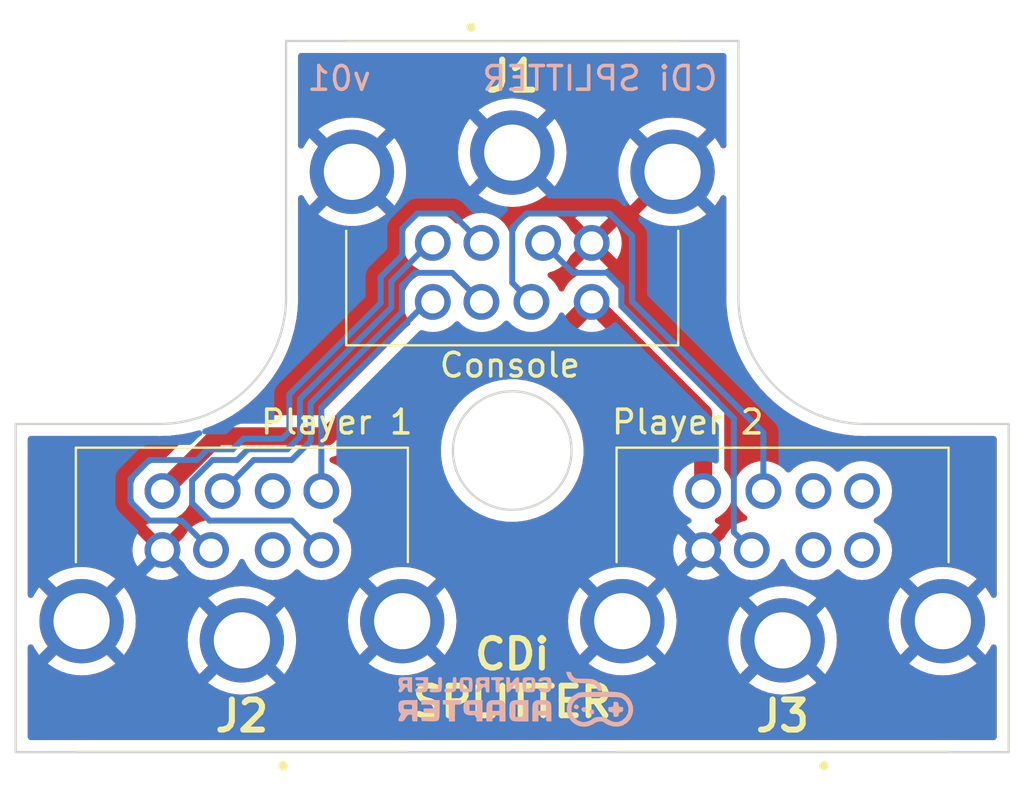
<source format=kicad_pcb>
(kicad_pcb (version 20211014) (generator pcbnew)
  (layers (0 "F.Cu" signal) (31 "B.Cu" signal) (34 "B.Paste" user) (35 "F.Paste" user) (36 "B.SilkS" user "B.Silkscreen") (37 "F.SilkS" user "F.Silkscreen") (38 "B.Mask" user) (39 "F.Mask" user) (44 "Edge.Cuts" user))
  (net 0 "")
  (net 1 "Net-(J1-Pad6)")
  (net 2 "Net-(J1-Pad7)")
  (net 3 "+5V")
  (net 4 "Net-(J1-Pad1)")
  (net 5 "Net-(J1-Pad2)")
  (net 6 "Net-(J1-Pad3)")
  (net 7 "Net-(J1-Pad4)")
  (net 8 "GND")
  (net 10 "unconnected-(J2-Pad4)")
  (footprint "CDI-SPLITTER:57492671" (layer "F.Cu") (at 126.6 86.44)
    (fp_text reference "J1" (at 0 -7.04) (layer "F.SilkS") (effects (font (size 1.27 1.27) (thickness 0.254))))
    (fp_text value "CDi" hide)
    (fp_line (start 7 -0.51) (end 7 4.32) (layer "F.SilkS") (width 0.1))
    (fp_line (start 7 -8.51) (end -7 -8.51) (layer "F.SilkS") (width 0.1))
    (fp_line (start -1.74 -9.2) (end -1.74 -9.2) (layer "F.SilkS") (width 0.2))
    (fp_line (start -7 4.32) (end -7 -0.51) (layer "F.SilkS") (width 0.1))
    (fp_line (start -1.74 -9) (end -1.74 -9) (layer "F.SilkS") (width 0.2))
    (fp_line (start 7 4.32) (end -7 4.32) (layer "F.SilkS") (width 0.1))
    (fp_arc (start -1.74 -9.2) (mid -1.64 -9.1) (end -1.74 -9) (layer "F.SilkS") (width 0.2))
    (fp_arc (start -1.74 -9) (mid -1.84 -9.1) (end -1.74 -9.2) (layer "F.SilkS") (width 0.2))
    (pad "1" thru_hole circle (at -1.3 0) (size 1.509 1.509) (drill 0.97) (layers *.Cu *.Mask) (net 4 "Net-(J1-Pad1)"))
    (pad "2" thru_hole circle (at 1.3 0) (size 1.509 1.509) (drill 0.97) (layers *.Cu *.Mask) (net 5 "Net-(J1-Pad2)"))
    (pad "3" thru_hole circle (at -3.35 0) (size 1.509 1.509) (drill 0.97) (layers *.Cu *.Mask) (net 6 "Net-(J1-Pad3)"))
    (pad "4" thru_hole circle (at -1.3 2.49) (size 1.509 1.509) (drill 0.97) (layers *.Cu *.Mask) (net 7 "Net-(J1-Pad4)"))
    (pad "5" thru_hole circle (at 3.35 0) (size 1.509 1.509) (drill 0.97) (layers *.Cu *.Mask) (net 8 "GND"))
    (pad "6" thru_hole circle (at -3.35 2.49) (size 1.509 1.509) (drill 0.97) (layers *.Cu *.Mask) (net 1 "Net-(J1-Pad6)"))
    (pad "7" thru_hole circle (at 0.81 2.49) (size 1.509 1.509) (drill 0.97) (layers *.Cu *.Mask) (net 2 "Net-(J1-Pad7)"))
    (pad "8" thru_hole circle (at 3.35 2.49) (size 1.509 1.509) (drill 0.97) (layers *.Cu *.Mask) (net 3 "+5V"))
    (pad "MH1" thru_hole circle (at 6.76 -3) (size 3.555 3.555) (drill 2.37) (layers *.Cu *.Mask) (net 8 "GND"))
    (pad "MH2" thru_hole circle (at 0 -3.81) (size 3.555 3.555) (drill 2.37) (layers *.Cu *.Mask) (net 8 "GND"))
    (pad "MH3" thru_hole circle (at -6.76 -3) (size 3.555 3.555) (drill 2.37) (layers *.Cu *.Mask) (net 8 "GND"))
  )
  (footprint "CDI-SPLITTER:57492671" (layer "F.Cu") (at 138 99.4 180)
    (fp_text reference "J3" (at 0 -7) (layer "F.SilkS") (effects (font (size 1.27 1.27) (thickness 0.254))))
    (fp_text value "Player 2" hide)
    (fp_line (start -1.74 -9) (end -1.74 -9) (layer "F.SilkS") (width 0.2))
    (fp_line (start 7 -0.51) (end 7 4.32) (layer "F.SilkS") (width 0.1))
    (fp_line (start 7 4.32) (end -7 4.32) (layer "F.SilkS") (width 0.1))
    (fp_line (start 7 -8.51) (end -7 -8.51) (layer "F.SilkS") (width 0.1))
    (fp_line (start -1.74 -9.2) (end -1.74 -9.2) (layer "F.SilkS") (width 0.2))
    (fp_line (start -7 4.32) (end -7 -0.51) (layer "F.SilkS") (width 0.1))
    (fp_arc (start -1.74 -9.2) (mid -1.64 -9.1) (end -1.74 -9) (layer "F.SilkS") (width 0.2))
    (fp_arc (start -1.74 -9) (mid -1.84 -9.1) (end -1.74 -9.2) (layer "F.SilkS") (width 0.2))
    (pad "1" thru_hole circle (at -1.3 0 180) (size 1.509 1.509) (drill 0.97) (layers *.Cu *.Mask))
    (pad "2" thru_hole circle (at 1.3 0 180) (size 1.509 1.509) (drill 0.97) (layers *.Cu *.Mask) (net 5 "Net-(J1-Pad2)"))
    (pad "3" thru_hole circle (at -3.35 0 180) (size 1.509 1.509) (drill 0.97) (layers *.Cu *.Mask))
    (pad "4" thru_hole circle (at -1.3 2.49 180) (size 1.509 1.509) (drill 0.97) (layers *.Cu *.Mask))
    (pad "5" thru_hole circle (at 3.35 0 180) (size 1.509 1.509) (drill 0.97) (layers *.Cu *.Mask) (net 8 "GND"))
    (pad "6" thru_hole circle (at -3.35 2.49 180) (size 1.509 1.509) (drill 0.97) (layers *.Cu *.Mask))
    (pad "7" thru_hole circle (at 0.81 2.49 180) (size 1.509 1.509) (drill 0.97) (layers *.Cu *.Mask) (net 2 "Net-(J1-Pad7)"))
    (pad "8" thru_hole circle (at 3.35 2.49 180) (size 1.509 1.509) (drill 0.97) (layers *.Cu *.Mask) (net 3 "+5V"))
    (pad "MH1" thru_hole circle (at 6.76 -3 180) (size 3.555 3.555) (drill 2.37) (layers *.Cu *.Mask) (net 8 "GND"))
    (pad "MH2" thru_hole circle (at 0 -3.81 180) (size 3.555 3.555) (drill 2.37) (layers *.Cu *.Mask) (net 8 "GND"))
    (pad "MH3" thru_hole circle (at -6.76 -3 180) (size 3.555 3.555) (drill 2.37) (layers *.Cu *.Mask) (net 8 "GND"))
  )
  (footprint "CDI-SPLITTER:57492671" (layer "F.Cu") (at 115.2 99.4 180)
    (fp_text reference "J2" (at 0 -7) (layer "F.SilkS") (effects (font (size 1.27 1.27) (thickness 0.254))))
    (fp_text value "Player 1" hide)
    (fp_line (start 7 -0.51) (end 7 4.32) (layer "F.SilkS") (width 0.1))
    (fp_line (start -1.74 -9.2) (end -1.74 -9.2) (layer "F.SilkS") (width 0.2))
    (fp_line (start 7 4.32) (end -7 4.32) (layer "F.SilkS") (width 0.1))
    (fp_line (start -1.74 -9) (end -1.74 -9) (layer "F.SilkS") (width 0.2))
    (fp_line (start -7 4.32) (end -7 -0.51) (layer "F.SilkS") (width 0.1))
    (fp_line (start 7 -8.51) (end -7 -8.51) (layer "F.SilkS") (width 0.1))
    (fp_arc (start -1.74 -9) (mid -1.84 -9.1) (end -1.74 -9.2) (layer "F.SilkS") (width 0.2))
    (fp_arc (start -1.74 -9.2) (mid -1.64 -9.1) (end -1.74 -9) (layer "F.SilkS") (width 0.2))
    (pad "1" thru_hole circle (at -1.3 0 180) (size 1.509 1.509) (drill 0.97) (layers *.Cu *.Mask))
    (pad "2" thru_hole circle (at 1.3 0 180) (size 1.509 1.509) (drill 0.97) (layers *.Cu *.Mask) (net 4 "Net-(J1-Pad1)"))
    (pad "3" thru_hole circle (at -3.35 0 180) (size 1.509 1.509) (drill 0.97) (layers *.Cu *.Mask) (net 6 "Net-(J1-Pad3)"))
    (pad "4" thru_hole circle (at -1.3 2.49 180) (size 1.509 1.509) (drill 0.97) (layers *.Cu *.Mask) (net 10 "unconnected-(J2-Pad4)"))
    (pad "5" thru_hole circle (at 3.35 0 180) (size 1.509 1.509) (drill 0.97) (layers *.Cu *.Mask) (net 8 "GND"))
    (pad "6" thru_hole circle (at -3.35 2.49 180) (size 1.509 1.509) (drill 0.97) (layers *.Cu *.Mask) (net 1 "Net-(J1-Pad6)"))
    (pad "7" thru_hole circle (at 0.81 2.49 180) (size 1.509 1.509) (drill 0.97) (layers *.Cu *.Mask) (net 7 "Net-(J1-Pad4)"))
    (pad "8" thru_hole circle (at 3.35 2.49 180) (size 1.509 1.509) (drill 0.97) (layers *.Cu *.Mask) (net 3 "+5V"))
    (pad "MH1" thru_hole circle (at 6.76 -3 180) (size 3.555 3.555) (drill 2.37) (layers *.Cu *.Mask) (net 8 "GND"))
    (pad "MH2" thru_hole circle (at 0 -3.81 180) (size 3.555 3.555) (drill 2.37) (layers *.Cu *.Mask) (net 8 "GND"))
    (pad "MH3" thru_hole circle (at -6.76 -3 180) (size 3.555 3.555) (drill 2.37) (layers *.Cu *.Mask) (net 8 "GND"))
  )
  (footprint "SNES23DO:ControllerAdapter_Logo_small" (layer "B.Cu") (at 126.8 105.6 180)
    (fp_text reference "G***" hide)
    (fp_text value "LOGO" hide)
    (fp_poly (pts (xy 4.815071 0.834022) (xy 4.91677 0.81981) (xy 4.963812 0.800407) (xy 4.991956 0.736616) (xy 5.001293 0.63896) (xy 4.991887 0.535301) (xy 4.963802 0.453502) (xy 4.963006 0.45221) (xy 4.939611 0.393241) (xy 4.963006 0.34937) (xy 5.002104 0.282133) (xy 4.992278 0.223898) (xy 4.938335 0.194388) (xy 4.925043 0.193647) (xy 4.852163 0.218838) (xy 4.784973 0.299798) (xy 4.780896 0.306607) (xy 4.717041 0.3911) (xy 4.663328 0.416768) (xy 4.625068 0.383363) (xy 4.609224 0.314676) (xy 4.592368 0.239388) (xy 4.549561 0.206807) (xy 4.510356 0.199572) (xy 4.421601 0.189359) (xy 4.421601 0.629352) (xy 4.615248 0.629352) (xy 4.622532 0.571814) (xy 4.657473 0.552245) (xy 4.72014 0.55469) (xy 4.796111 0.572404) (xy 4.823835 0.612509) (xy 4.825032 0.629352) (xy 4.808148 0.677731) (xy 4.747322 0.700657) (xy 4.72014 0.704014) (xy 4.64808 0.705075) (xy 4.619698 0.679571) (xy 4.615248 0.629352) (xy 4.421601 0.629352) (xy 4.421601 0.839136) (xy 4.673342 0.839136)) (layer "B.SilkS") (width 0) (fill solid))
    (fp_poly (pts (xy -0.910864 -0.13122) (xy -0.824571 -0.140197) (xy -0.768278 -0.159947) (xy -0.724745 -0.194388) (xy -0.715664 -0.203795) (xy -0.685327 -0.241606) (xy -0.665209 -0.28696) (xy -0.653248 -0.353124) (xy -0.647385 -0.453363) (xy -0.645558 -0.600945) (xy -0.645489 -0.655638) (xy -0.645489 -1.032783) (xy -0.903685 -1.032783) (xy -0.903685 -0.774587) (xy -1.22643 -0.774587) (xy -1.22643 -0.903685) (xy -1.229849 -0.986342) (xy -1.250964 -1.023075) (xy -1.306058 -1.032494) (xy -1.33939 -1.032783) (xy -1.452351 -1.032783) (xy -1.452351 -0.651115) (xy -1.451523 -0.48723) (xy -1.447606 -0.374896) (xy -1.441136 -0.322745) (xy -1.22643 -0.322745) (xy -1.22643 -0.58094) (xy -0.903685 -0.58094) (xy -0.903685 -0.322745) (xy -1.22643 -0.322745) (xy -1.441136 -0.322745) (xy -1.438454 -0.301122) (xy -1.421918 -0.252918) (xy -1.395851 -0.217293) (xy -1.377653 -0.199273) (xy -1.329854 -0.163069) (xy -1.270331 -0.141763) (xy -1.181572 -0.131669) (xy -1.046066 -0.129098) (xy -1.044397 -0.129098)) (layer "B.SilkS") (width 0) (fill solid))
    (fp_poly (pts (xy 1.025604 -0.13122) (xy 1.111897 -0.140197) (xy 1.168189 -0.159947) (xy 1.211723 -0.194388) (xy 1.220803 -0.203795) (xy 1.25114 -0.241606) (xy 1.271259 -0.28696) (xy 1.28322 -0.353124) (xy 1.289083 -0.453363) (xy 1.290909 -0.600945) (xy 1.290978 -0.655638) (xy 1.290978 -1.032783) (xy 1.032783 -1.032783) (xy 1.032783 -0.774587) (xy 0.742312 -0.774587) (xy 0.742312 -1.032783) (xy 0.484117 -1.032783) (xy 0.484117 -0.651115) (xy 0.484945 -0.48723) (xy 0.488861 -0.374896) (xy 0.495331 -0.322745) (xy 0.742312 -0.322745) (xy 0.742312 -0.58094) (xy 1.032783 -0.58094) (xy 1.032783 -0.322745) (xy 0.742312 -0.322745) (xy 0.495331 -0.322745) (xy 0.498014 -0.301122) (xy 0.514549 -0.252918) (xy 0.540616 -0.217293) (xy 0.558814 -0.199273) (xy 0.606614 -0.163069) (xy 0.666137 -0.141763) (xy 0.754895 -0.131669) (xy 0.890402 -0.129098) (xy 0.89207 -0.129098)) (layer "B.SilkS") (width 0) (fill solid))
    (fp_poly (pts (xy -2.759779 -0.440714) (xy -2.719738 -0.491685) (xy -2.723469 -0.556797) (xy -2.76168 -0.602687) (xy -2.826203 -0.640397) (xy -2.870967 -0.631647) (xy -2.903415 -0.598628) (xy -2.934311 -0.523513) (xy -2.909175 -0.459422) (xy -2.835792 -0.425905) (xy -2.834579 -0.42576)) (layer "B.SilkS") (width 0) (fill solid))
    (fp_poly (pts (xy 4.725927 -0.131966) (xy 4.851486 -0.144795) (xy 4.93215 -0.17392) (xy 4.977697 -0.225677) (xy 4.997901 -0.306403) (xy 5.00254 -0.422433) (xy 5.002541 -0.425176) (xy 4.995569 -0.545509) (xy 4.97127 -0.621565) (xy 4.94026 -0.659574) (xy 4.901202 -0.699764) (xy 4.896287 -0.735897) (xy 4.925496 -0.793717) (xy 4.94014 -0.81788) (xy 4.99381 -0.924244) (xy 4.998761 -0.991998) (xy 4.953841 -1.026163) (xy 4.890941 -1.032783) (xy 4.819788 -1.025687) (xy 4.768325 -0.994629) (xy 4.716702 -0.924954) (xy 4.694227 -0.887548) (xy 4.634949 -0.798153) (xy 4.582599 -0.754453) (xy 4.519807 -0.742343) (xy 4.515357 -0.742313) (xy 4.457684 -0.746797) (xy 4.430366 -0.771912) (xy 4.42211 -0.835153) (xy 4.421601 -0.887548) (xy 4.419189 -0.976786) (xy 4.402846 -1.019044) (xy 4.358908 -1.031887) (xy 4.30864 -1.032783) (xy 4.19568 -1.032783) (xy 4.19568 -0.418087) (xy 4.421601 -0.418087) (xy 4.421601 -0.419568) (xy 4.424582 -0.47492) (xy 4.444116 -0.503731) (xy 4.496091 -0.514666) (xy 4.596396 -0.516391) (xy 4.59911 -0.516391) (xy 4.70059 -0.514765) (xy 4.753409 -0.504111) (xy 4.773456 -0.47576) (xy 4.77662 -0.421049) (xy 4.77662 -0.419568) (xy 4.773639 -0.364216) (xy 4.754105 -0.335405) (xy 4.70213 -0.32447) (xy 4.601825 -0.322745) (xy 4.59911 -0.322745) (xy 4.497631 -0.32437) (xy 4.444812 -0.335025) (xy 4.424764 -0.363376) (xy 4.421601 -0.418087) (xy 4.19568 -0.418087) (xy 4.19568 -0.129098) (xy 4.545697 -0.129098)) (layer "B.SilkS") (width 0) (fill solid))
    (fp_poly (pts (xy 2.283294 0.830339) (xy 2.361452 0.812606) (xy 2.381855 0.800407) (xy 2.402903 0.746323) (xy 2.41641 0.641541) (xy 2.420584 0.516391) (xy 2.415368 0.377869) (xy 2.400956 0.277917) (xy 2.381855 0.232376) (xy 2.326196 0.209763) (xy 2.230034 0.197237) (xy 2.116621 0.194797) (xy 2.009209 0.202443) (xy 1.931051 0.220176) (xy 1.910648 0.232376) (xy 1.889599 0.28646) (xy 1.876093 0.391242) (xy 1.871918 0.516391) (xy 1.877135 0.654914) (xy 1.885083 0.710038) (xy 2.033291 0.710038) (xy 2.033291 0.355019) (xy 2.259212 0.355019) (xy 2.259212 0.710038) (xy 2.033291 0.710038) (xy 1.885083 0.710038) (xy 1.891547 0.754865) (xy 1.910648 0.800407) (xy 1.966307 0.82302) (xy 2.062469 0.835546) (xy 2.175882 0.837986)) (layer "B.SilkS") (width 0) (fill solid))
    (fp_poly (pts (xy 4.034307 -0.322745) (xy 3.759974 -0.322745) (xy 3.62713 -0.323485) (xy 3.546054 -0.328214) (xy 3.503967 -0.340688) (xy 3.488089 -0.364668) (xy 3.485641 -0.403431) (xy 3.488964 -0.445585) (xy 3.508307 -0.46971) (xy 3.557738 -0.480831) (xy 3.65132 -0.48397) (xy 3.711563 -0.484117) (xy 3.937484 -0.484117) (xy 3.937484 -0.677764) (xy 3.711563 -0.677764) (xy 3.593531 -0.67895) (xy 3.525979 -0.685859) (xy 3.494842 -0.703512) (xy 3.486053 -0.736935) (xy 3.485641 -0.75845) (xy 3.488131 -0.797402) (xy 3.504088 -0.821231) (xy 3.546243 -0.833653) (xy 3.627325 -0.838383) (xy 3.760065 -0.839136) (xy 4.038595 -0.839136) (xy 4.028382 -0.927891) (xy 4.01817 -1.016645) (xy 3.693321 -1.025777) (xy 3.541422 -1.028581) (xy 3.44024 -1.025541) (xy 3.376068 -1.014816) (xy 3.335198 -0.994564) (xy 3.314096 -0.974824) (xy 3.29028 -0.937518) (xy 3.274364 -0.880116) (xy 3.264925 -0.790778) (xy 3.260543 -0.657665) (xy 3.25972 -0.521919) (xy 3.25972 -0.129098) (xy 4.034307 -0.129098)) (layer "B.SilkS") (width 0) (fill solid))
    (fp_poly (pts (xy 0.001376 -0.130241) (xy 0.103362 -0.135432) (xy 0.169379 -0.147317) (xy 0.213709 -0.16854) (xy 0.250634 -0.201744) (xy 0.25257 -0.203795) (xy 0.285904 -0.246515) (xy 0.306744 -0.298652) (xy 0.317917 -0.375586) (xy 0.322251 -0.492695) (xy 0.322744 -0.585463) (xy 0.321352 -0.731192) (xy 0.315175 -0.827552) (xy 0.301211 -0.889696) (xy 0.276458 -0.932781) (xy 0.248047 -0.962608) (xy 0.207077 -0.9949) (xy 0.157398 -1.015516) (xy 0.084382 -1.027001) (xy -0.026596 -1.031898) (xy -0.155384 -1.032783) (xy -0.484117 -1.032783) (xy -0.484117 -0.683807) (xy -0.25579 -0.683807) (xy -0.247179 -0.770251) (xy -0.218886 -0.81681) (xy -0.163843 -0.835699) (xy -0.081699 -0.839136) (xy 0.064549 -0.839136) (xy 0.064549 -0.319208) (xy -0.242059 -0.338882) (xy -0.251789 -0.545266) (xy -0.25579 -0.683807) (xy -0.484117 -0.683807) (xy -0.484117 -0.129098) (xy -0.150861 -0.129098)) (layer "B.SilkS") (width 0) (fill solid))
    (fp_poly (pts (xy -1.131807 0.836237) (xy -1.028067 0.816703) (xy -0.960146 0.783241) (xy -0.957099 0.780114) (xy -0.915533 0.720056) (xy -0.903685 0.683291) (xy -0.929683 0.654549) (xy -0.989186 0.646622) (xy -1.054454 0.659932) (xy -1.087155 0.680496) (xy -1.144206 0.703909) (xy -1.198501 0.704702) (xy -1.243434 0.691202) (xy -1.268144 0.65581) (xy -1.280485 0.581713) (xy -1.284748 0.520083) (xy -1.294655 0.346266) (xy -1.09917 0.368382) (xy -0.987894 0.378039) (xy -0.92736 0.374143) (xy -0.904901 0.355212) (xy -0.903685 0.345487) (xy -0.932377 0.279504) (xy -1.006484 0.229167) (xy -1.10805 0.197842) (xy -1.219119 0.188892) (xy -1.321735 0.205685) (xy -1.397944 0.251584) (xy -1.398937 0.252668) (xy -1.427689 0.316969) (xy -1.446221 0.421116) (xy -1.453956 0.543584) (xy -1.450319 0.66285) (xy -1.43473 0.75739) (xy -1.413622 0.800407) (xy -1.349016 0.829174) (xy -1.246934 0.840756)) (layer "B.SilkS") (width 0) (fill solid))
    (fp_poly (pts (xy -2.103535 0.944028) (xy -2.175299 0.79051) (xy -2.291768 0.666812) (xy -2.339899 0.634803) (xy -2.396462 0.618901) (xy -2.502247 0.603232) (xy -2.641947 0.589633) (xy -2.794843 0.580183) (xy -3.002489 0.566549) (xy -3.154602 0.544828) (xy -3.260031 0.511579) (xy -3.327625 0.463363) (xy -3.366232 0.39674) (xy -3.377815 0.353554) (xy -3.402975 0.284372) (xy -3.454654 0.259896) (xy -3.489676 0.258196) (xy -3.556764 0.267566) (xy -3.580553 0.307883) (xy -3.582465 0.343141) (xy -3.553249 0.465461) (xy -3.47448 0.58438) (xy -3.35948 0.681883) (xy -3.312863 0.707748) (xy -3.236818 0.738972) (xy -3.152897 0.758971) (xy -3.044504 0.769987) (xy -2.895046 0.774262) (xy -2.818227 0.774587) (xy -2.661212 0.775379) (xy -2.554676 0.779562) (xy -2.484549 0.789847) (xy -2.436766 0.808943) (xy -2.397258 0.839561) (xy -2.376574 0.859674) (xy -2.319951 0.931646) (xy -2.292087 0.997168) (xy -2.291487 1.004909) (xy -2.276509 1.047201) (xy -2.221006 1.063724) (xy -2.181128 1.065057) (xy -2.070769 1.065057)) (layer "B.SilkS") (width 0) (fill solid))
    (fp_poly (pts (xy 0.451842 0.516391) (xy 0.450958 0.369502) (xy 0.446746 0.27547) (xy 0.436867 0.22261) (xy 0.418983 0.19924) (xy 0.390755 0.193674) (xy 0.38724 0.193647) (xy 0.326388 0.222177) (xy 0.246671 0.303556) (xy 0.201661 0.362433) (xy 0.080686 0.531219) (xy 0.070931 0.362433) (xy 0.062482 0.263677) (xy 0.046339 0.213394) (xy 0.014051 0.195511) (xy -0.017824 0.193647) (xy -0.053675 0.195797) (xy -0.076611 0.210103) (xy -0.089516 0.248349) (xy -0.095275 0.322321) (xy -0.096772 0.443801) (xy -0.096824 0.516391) (xy -0.096235 0.662878) (xy -0.092615 0.756596) (xy -0.083188 0.809325) (xy -0.065175 0.832847) (xy -0.035797 0.83894) (xy -0.020713 0.839136) (xy 0.040153 0.819514) (xy 0.109205 0.755088) (xy 0.172934 0.671237) (xy 0.29047 0.503338) (xy 0.29047 0.671237) (xy 0.292855 0.769422) (xy 0.305203 0.819305) (xy 0.335305 0.837096) (xy 0.371156 0.839136) (xy 0.451842 0.839136)) (layer "B.SilkS") (width 0) (fill solid))
    (fp_poly (pts (xy -0.363212 0.830339) (xy -0.285054 0.812606) (xy -0.264651 0.800407) (xy -0.243549 0.746783) (xy -0.229926 0.6446) (xy -0.225921 0.531076) (xy -0.232932 0.37919) (xy -0.26019 0.280228) (xy -0.317035 0.223494) (xy -0.412806 0.198294) (xy -0.520547 0.193647) (xy -0.626256 0.200352) (xy -0.70754 0.217562) (xy -0.735858 0.232376) (xy -0.756906 0.28646) (xy -0.765743 0.355019) (xy -0.613215 0.355019) (xy -0.38392 0.355019) (xy -0.393676 0.52446) (xy -0.401552 0.623258) (xy -0.417759 0.674798) (xy -0.453303 0.696318) (xy -0.508323 0.704014) (xy -0.613215 0.714128) (xy -0.613215 0.355019) (xy -0.765743 0.355019) (xy -0.770412 0.391242) (xy -0.774587 0.516391) (xy -0.769371 0.654914) (xy -0.754959 0.754865) (xy -0.735858 0.800407) (xy -0.680199 0.82302) (xy -0.584037 0.835546) (xy -0.470624 0.837986)) (layer "B.SilkS") (width 0) (fill solid))
    (fp_poly (pts (xy 2.671409 0.836119) (xy 2.695466 0.818005) (xy 2.707071 0.771196) (xy 2.710758 0.682097) (xy 2.711054 0.597078) (xy 2.711054 0.355019) (xy 2.888564 0.355019) (xy 2.990227 0.352925) (xy 3.043163 0.341855) (xy 3.063165 0.314629) (xy 3.066073 0.274333) (xy 3.062272 0.230557) (xy 3.041031 0.206398) (xy 2.987597 0.196041) (xy 2.887214 0.193673) (xy 2.861292 0.193647) (xy 2.734442 0.198767) (xy 2.654444 0.216729) (xy 2.604223 0.251436) (xy 2.603096 0.252668) (xy 2.574003 0.303406) (xy 2.557132 0.385362) (xy 2.550192 0.512389) (xy 2.549682 0.575413) (xy 2.550499 0.705124) (xy 2.555606 0.783319) (xy 2.568992 0.82303) (xy 2.594643 0.837291) (xy 2.630368 0.839136)) (layer "B.SilkS") (width 0) (fill solid))
    (fp_poly (pts (xy 3.130622 -0.225921) (xy 3.125524 -0.288005) (xy 3.097898 -0.315604) (xy 3.029246 -0.322592) (xy 3.001525 -0.322745) (xy 2.872427 -0.322745) (xy 2.872427 -1.032783) (xy 2.614231 -1.032783) (xy 2.614231 -0.322745) (xy 2.485133 -0.322745) (xy 2.402355 -0.318921) (xy 2.365556 -0.298201) (xy 2.356239 -0.246712) (xy 2.356035 -0.225921) (xy 2.356035 -0.129098) (xy 3.130622 -0.129098)) (layer "B.SilkS") (width 0) (fill solid))
    (fp_poly (pts (xy 0.956387 0.837935) (xy 1.037864 0.832351) (xy 1.08005 0.819416) (xy 1.095567 0.796159) (xy 1.097331 0.774587) (xy 1.082116 0.727339) (xy 1.025502 0.710704) (xy 1.000508 0.710038) (xy 0.903685 0.710038) (xy 0.903685 0.451842) (xy 0.902791 0.323775) (xy 0.897412 0.247088) (xy 0.883503 0.208617) (xy 0.857019 0.195196) (xy 0.824356 0.193647) (xy 0.784376 0.197055) (xy 0.760033 0.21618) (xy 0.746589 0.264378) (xy 0.739306 0.355001) (xy 0.735601 0.443774) (xy 0.729891 0.569491) (xy 0.72099 0.644623) (xy 0.703643 0.683101) (xy 0.672598 0.698857) (xy 0.63742 0.704113) (xy 0.567565 0.728276) (xy 0.548666 0.776731) (xy 0.554295 0.807118) (xy 0.579557 0.825684) (xy 0.637012 0.835286) (xy 0.739224 0.838781) (xy 0.822999 0.839136)) (layer "B.SilkS") (width 0) (fill solid))
    (fp_poly (pts (xy -3.096829 -0.535995) (xy -3.053667 -0.589661) (xy -3.060048 -0.665598) (xy -3.06497 -0.675701) (xy -3.119737 -0.734129) (xy -3.190972 -0.730611) (xy -3.222201 -0.713963) (xy -3.255625 -0.661227) (xy -3.249531 -0.592728) (xy -3.210901 -0.537472) (xy -3.17621 -0.522902)) (layer "B.SilkS") (width 0) (fill solid))
    (fp_poly (pts (xy 1.555351 0.834022) (xy 1.657049 0.81981) (xy 1.704091 0.800407) (xy 1.734013 0.734456) (xy 1.741599 0.639553) (xy 1.727841 0.545864) (xy 1.69373 0.483553) (xy 1.693682 0.483513) (xy 1.662257 0.447152) (xy 1.671133 0.404715) (xy 1.693682 0.367737) (xy 1.738163 0.275512) (xy 1.730792 0.216451) (xy 1.672106 0.193791) (xy 1.664767 0.193647) (xy 1.589987 0.219621) (xy 1.519534 0.302382) (xy 1.516899 0.306607) (xy 1.455134 0.382533) (xy 1.394482 0.418609) (xy 1.385169 0.419568) (xy 1.342244 0.405834) (xy 1.325038 0.353635) (xy 1.323253 0.306607) (xy 1.317224 0.230217) (xy 1.290097 0.198944) (xy 1.242567 0.193647) (xy 1.16188 0.193647) (xy 1.16188 0.657812) (xy 1.332428 0.657812) (xy 1.334883 0.597186) (xy 1.377979 0.55808) (xy 1.447355 0.549252) (xy 1.51698 0.567068) (xy 1.560822 0.607895) (xy 1.565311 0.629352) (xy 1.545017 0.681125) (xy 1.475766 0.704121) (xy 1.472625 0.704493) (xy 1.380358 0.698055) (xy 1.332428 0.657812) (xy 1.16188 0.657812) (xy 1.16188 0.839136) (xy 1.413621 0.839136)) (layer "B.SilkS") (width 0) (fill solid))
    (fp_poly (pts (xy -3.497366 0.222247) (xy -3.356544 0.220355) (xy -3.119074 0.216502) (xy -2.936781 0.212164) (xy -2.800294 0.206462) (xy -2.700243 0.198517) (xy -2.627257 0.187451) (xy -2.571966 0.172383) (xy -2.524998 0.152436) (xy -2.501271 0.140122) (xy -2.31704 0.009064) (xy -2.188145 -0.154735) (xy -2.115523 -0.349731) (xy -2.098549 -0.523423) (xy -2.127815 -0.731979) (xy -2.207525 -0.912158) (xy -2.328302 -1.059409) (xy -2.480771 -1.169176) (xy -2.655556 -1.236909) (xy -2.843282 -1.258053) (xy -3.034574 -1.228056) (xy -3.220055 -1.142365) (xy -3.282097 -1.09819) (xy -3.36015 -1.059274) (xy -3.460849 -1.036694) (xy -3.561313 -1.032232) (xy -3.638661 -1.047668) (xy -3.665201 -1.068374) (xy -3.704948 -1.100859) (xy -3.784077 -1.14691) (xy -3.852684 -1.18102) (xy -4.053801 -1.244236) (xy -4.258005 -1.253031) (xy -4.448234 -1.206951) (xy -4.470013 -1.197387) (xy -4.64714 -1.083565) (xy -4.778424 -0.934588) (xy -4.862995 -0.761136) (xy -4.899981 -0.573891) (xy -4.894924 -0.489951) (xy -4.70264 -0.489951) (xy -4.684779 -0.65621) (xy -4.61165 -0.812362) (xy -4.573913 -0.860662) (xy -4.428536 -0.988314) (xy -4.272062 -1.052413) (xy -4.103924 -1.053093) (xy -3.953622 -1.004914) (xy -3.862567 -0.956028) (xy -3.793 -0.90575) (xy -3.780229 -0.892662) (xy -3.716907 -0.857623) (xy -3.612313 -0.838316) (xy -3.487684 -0.834373) (xy -3.364258 -0.845425) (xy -3.26327 -0.871102) (xy -3.212359 -0.902525) (xy -3.115299 -0.974378) (xy -2.983136 -1.029109) (xy -2.84489 -1.056968) (xy -2.758441 -1.055005) (xy -2.582777 -0.997319) (xy -2.442515 -0.892775) (xy -2.345509 -0.751283) (xy -2.299614 -0.582755) (xy -2.299558 -0.476021) (xy -2.339954 -0.308815) (xy -2.430391 -0.172089) (xy -2.549354 -0.072618) (xy -2.583761 -0.050634) (xy -2.619986 -0.033604) (xy -2.666281 -0.020897) (xy -2.730899 -0.011883) (xy -2.822091 -0.005932) (xy -2.948109 -0.002412) (xy -3.117207 -0.000694) (xy -3.337634 -0.000148) (xy -3.498483 -0.000121) (xy -3.755448 -0.000452) (xy -3.956117 -0.001735) (xy -4.108746 -0.004531) (xy -4.221586 -0.009398) (xy -4.30289 -0.016897) (xy -4.360912 -0.027587) (xy -4.403906 -0.042027) (xy -4.440123 -0.060778) (xy -4.446102 -0.064375) (xy -4.581154 -0.180648) (xy -4.667382 -0.326968) (xy -4.70264 -0.489951) (xy -4.894924 -0.489951) (xy -4.888512 -0.383532) (xy -4.827717 -0.200741) (xy -4.716724 -0.036198) (xy -4.574695 0.086459) (xy -4.505785 0.128834) (xy -4.434817 0.162113) (xy -4.353428 0.187215) (xy -4.253251 0.205059) (xy -4.125922 0.216565) (xy -3.963075 0.222651) (xy -3.756345 0.224239)) (layer "B.SilkS") (width 0) (fill solid))
    (fp_poly (pts (xy 4.151559 0.837935) (xy 4.233036 0.832351) (xy 4.275222 0.819416) (xy 4.290739 0.796159) (xy 4.292503 0.774587) (xy 4.284798 0.737284) (xy 4.251486 0.717852) (xy 4.177269 0.710727) (xy 4.114993 0.710038) (xy 4.012411 0.707236) (xy 3.958971 0.695123) (xy 3.939377 0.668135) (xy 3.937484 0.645489) (xy 3.94598 0.606773) (xy 3.982042 0.587463) (xy 4.061531 0.581217) (xy 4.098856 0.58094) (xy 4.195648 0.577542) (xy 4.243922 0.563117) (xy 4.259538 0.531321) (xy 4.260229 0.516391) (xy 4.251732 0.477675) (xy 4.21567 0.458365) (xy 4.136181 0.452119) (xy 4.098856 0.451842) (xy 3.997375 0.44666) (xy 3.94781 0.428716) (xy 3.937484 0.403431) (xy 3.95342 0.374236) (xy 4.00934 0.359205) (xy 4.114993 0.355019) (xy 4.216657 0.352925) (xy 4.269592 0.341855) (xy 4.289595 0.314629) (xy 4.292503 0.274333) (xy 4.289076 0.231813) (xy 4.269316 0.207673) (xy 4.219002 0.196719) (xy 4.123914 0.193757) (xy 4.071584 0.193647) (xy 3.941621 0.197856) (xy 3.859175 0.212866) (xy 3.807623 0.242256) (xy 3.797251 0.252668) (xy 3.768158 0.303406) (xy 3.751287 0.385362) (xy 3.744347 0.512389) (xy 3.743837 0.575413) (xy 3.743837 0.839136) (xy 4.01817 0.839136)) (layer "B.SilkS") (width 0) (fill solid))
    (fp_poly (pts (xy -4.072686 -0.221923) (xy -4.066616 -0.290379) (xy -4.066582 -0.304562) (xy -4.061872 -0.381163) (xy -4.034637 -0.412935) (xy -3.965222 -0.419534) (xy -3.951577 -0.419568) (xy -3.875483 -0.423842) (xy -3.846058 -0.448551) (xy -3.845474 -0.51152) (xy -3.846685 -0.52446) (xy -3.862332 -0.598398) (xy -3.90441 -0.630245) (xy -3.96169 -0.639465) (xy -4.034456 -0.654117) (xy -4.062669 -0.691746) (xy -4.066582 -0.744357) (xy -4.075205 -0.812126) (xy -4.114213 -0.836663) (xy -4.158026 -0.839136) (xy -4.231943 -0.832224) (xy -4.270987 -0.81762) (xy -4.288151 -0.771283) (xy -4.292503 -0.72294) (xy -4.309296 -0.665425) (xy -4.370495 -0.640964) (xy -4.381258 -0.639564) (xy -4.445124 -0.620875) (xy -4.473358 -0.570748) (xy -4.480126 -0.52446) (xy -4.481486 -0.452589) (xy -4.455196 -0.4243) (xy -4.393416 -0.419568) (xy -4.32553 -0.411393) (xy -4.295844 -0.373532) (xy -4.28648 -0.314676) (xy -4.270832 -0.240738) (xy -4.228755 -0.20889) (xy -4.171474 -0.19967) (xy -4.101696 -0.197629)) (layer "B.SilkS") (width 0) (fill solid))
    (fp_poly (pts (xy -2.435059 -0.330225) (xy -2.396606 -0.386484) (xy -2.39442 -0.42982) (xy -2.427454 -0.485152) (xy -2.489621 -0.512395) (xy -2.554445 -0.506604) (xy -2.593971 -0.467086) (xy -2.611317 -0.41347) (xy -2.599576 -0.379131) (xy -2.563578 -0.341251) (xy -2.498324 -0.311165)) (layer "B.SilkS") (width 0) (fill solid))
    (fp_poly (pts (xy 3.284623 0.836119) (xy 3.30868 0.818005) (xy 3.320286 0.771196) (xy 3.323973 0.682097) (xy 3.324269 0.597078) (xy 3.324269 0.355019) (xy 3.501779 0.355019) (xy 3.603442 0.352925) (xy 3.656377 0.341855) (xy 3.67638 0.314629) (xy 3.679288 0.274333) (xy 3.67583 0.231705) (xy 3.655946 0.207561) (xy 3.605368 0.196657) (xy 3.509831 0.193747) (xy 3.459822 0.193647) (xy 3.334463 0.199308) (xy 3.241471 0.214537) (xy 3.201626 0.232376) (xy 3.180809 0.287288) (xy 3.167552 0.39773) (xy 3.162897 0.555014) (xy 3.162897 0.555121) (xy 3.163577 0.690776) (xy 3.167994 0.774443) (xy 3.179719 0.818684) (xy 3.202319 0.83606) (xy 3.239363 0.839132) (xy 3.243583 0.839136)) (layer "B.SilkS") (width 0) (fill solid))
    (fp_poly (pts (xy 1.937844 -0.130241) (xy 2.03983 -0.135432) (xy 2.105847 -0.147317) (xy 2.150177 -0.16854) (xy 2.187102 -0.201744) (xy 2.189037 -0.203795) (xy 2.233826 -0.269557) (xy 2.254973 -0.357242) (xy 2.259212 -0.456365) (xy 2.246093 -0.599371) (xy 2.201064 -0.694592) (xy 2.115615 -0.749786) (xy 1.981235 -0.772713) (xy 1.910181 -0.774587) (xy 1.710546 -0.774587) (xy 1.710546 -1.032783) (xy 1.45235 -1.032783) (xy 1.45235 -0.322745) (xy 1.710546 -0.322745) (xy 1.710546 -0.58094) (xy 2.001016 -0.58094) (xy 2.001016 -0.322745) (xy 1.710546 -0.322745) (xy 1.45235 -0.322745) (xy 1.45235 -0.129098) (xy 1.785606 -0.129098)) (layer "B.SilkS") (width 0) (fill solid))
  )
  (gr_arc (start 141.485824 94.079856) (mid 137.702803 92.512877) (end 136.135824 88.729856) (layer "Edge.Cuts") (width 0.1))
  (gr_line (start 141.485824 94.079856) (end 147.536847 94.079856) (layer "Edge.Cuts") (width 0.1))
  (gr_line (start 105.662 94.079856) (end 111.713271 94.079856) (layer "Edge.Cuts") (width 0.1))
  (gr_arc (start 117.063072 88.729739) (mid 115.496192 92.512719) (end 111.713271 94.079739) (layer "Edge.Cuts") (width 0.1))
  (gr_line (start 117.063072 77.92) (end 117.063072 88.729739) (layer "Edge.Cuts") (width 0.1))
  (gr_line (start 147.537 107.925) (end 147.537 94.079856) (layer "Edge.Cuts") (width 0.1))
  (gr_line (start 105.662 94.079856) (end 105.662 107.925) (layer "Edge.Cuts") (width 0.1))
  (gr_circle (center 126.6 95.2) (end 129.1 95.2) (layer "Edge.Cuts") (width 0.1) (fill none))
  (gr_line (start 136.135977 88.729856) (end 136.135977 77.92) (layer "Edge.Cuts") (width 0.1))
  (gr_line (start 136.135977 77.92) (end 117.063072 77.92) (layer "Edge.Cuts") (width 0.1))
  (gr_line (start 105.662 107.925) (end 147.537 107.925) (layer "Edge.Cuts") (width 0.1))
  (gr_text "CDi SPLITTER" (at 130.3 79.5) (layer "B.SilkS") (effects (font (size 1 1)) (justify mirror)))
  (gr_text "v01" (at 119.3 79.5) (layer "B.SilkS") (effects (font (size 1 1)) (justify mirror)))
  (gr_text "CDi\nSPLITTER" (at 126.6 104.8) (layer "F.SilkS") (effects (font (size 1.25 1.25) (thickness 0.25))))
  (gr_text "Console" (at 126.5 91.6) (layer "F.SilkS") (effects (font (size 1 1))))
  (gr_text "Player 1" (at 119.2 94) (layer "F.SilkS") (effects (font (size 1 1))))
  (gr_text "Player 2" (at 134 94) (layer "F.SilkS") (effects (font (size 1 1))))
  (segment (start 123.25 88.93) (end 123.008545 88.93) (width 0.254) (layer "B.Cu") (net 1))
  (segment (start 123.008545 88.93) (end 118.55 93.388546) (width 0.254) (layer "B.Cu") (net 1))
  (segment (start 118.55 93.388546) (end 118.55 96.91) (width 0.254) (layer "B.Cu") (net 1))
  (segment (start 126.6 85.8) (end 127.2 85.2) (width 0.25) (layer "B.Cu") (net 2))
  (segment (start 127.2 85.2) (end 130.7 85.2) (width 0.25) (layer "B.Cu") (net 2))
  (segment (start 137.19 96.91) (end 137.19 94.451454) (width 0.254) (layer "B.Cu") (net 2))
  (segment (start 126.6 88.12) (end 126.6 85.8) (width 0.25) (layer "B.Cu") (net 2))
  (segment (start 131.65152 86.15152) (end 130.7 85.2) (width 0.254) (layer "B.Cu") (net 2))
  (segment (start 131.65152 88.912974) (end 131.65152 86.15152) (width 0.254) (layer "B.Cu") (net 2))
  (segment (start 127.41 88.93) (end 126.6 88.12) (width 0.25) (layer "B.Cu") (net 2))
  (segment (start 137.19 94.451454) (end 131.65152 88.912974) (width 0.254) (layer "B.Cu") (net 2))
  (segment (start 118.8 94.6) (end 122.7 90.7) (width 0.762) (layer "F.Cu") (net 3))
  (segment (start 134.65 93.63) (end 129.95 88.93) (width 0.762) (layer "F.Cu") (net 3))
  (segment (start 134.65 96.91) (end 134.65 93.63) (width 0.762) (layer "F.Cu") (net 3))
  (segment (start 122.7 90.7) (end 128.18 90.7) (width 0.762) (layer "F.Cu") (net 3))
  (segment (start 111.85 96.91) (end 114.16 94.6) (width 0.762) (layer "F.Cu") (net 3))
  (segment (start 128.18 90.7) (end 129.95 88.93) (width 0.762) (layer "F.Cu") (net 3))
  (segment (start 114.16 94.6) (end 118.8 94.6) (width 0.762) (layer "F.Cu") (net 3))
  (segment (start 121.964282 86.964282) (end 121.964282 85.835718) (width 0.25) (layer "B.Cu") (net 4))
  (segment (start 121.05096 88.977604) (end 121.05096 87.877604) (width 0.25) (layer "B.Cu") (net 4))
  (segment (start 111.3 98.15534) (end 110.5 97.35534) (width 0.25) (layer "B.Cu") (net 4))
  (segment (start 121.05096 87.877604) (end 121.964282 86.964282) (width 0.25) (layer "B.Cu") (net 4))
  (segment (start 114.813802 95.15048) (end 115.264282 94.7) (width 0.25) (layer "B.Cu") (net 4))
  (segment (start 117.19944 92.829124) (end 121.05096 88.977604) (width 0.25) (layer "B.Cu") (net 4))
  (segment (start 124.06 85.2) (end 125.3 86.44) (width 0.25) (layer "B.Cu") (net 4))
  (segment (start 110.5 96.4) (end 111.3 95.6) (width 0.25) (layer "B.Cu") (net 4))
  (segment (start 116.9 94.7) (end 117.19944 94.40056) (width 0.25) (layer "B.Cu") (net 4))
  (segment (start 113.74952 95.15048) (end 114.813802 95.15048) (width 0.25) (layer "B.Cu") (net 4))
  (segment (start 113.3 95.6) (end 113.74952 95.15048) (width 0.25) (layer "B.Cu") (net 4))
  (segment (start 111.3 95.6) (end 113.3 95.6) (width 0.25) (layer "B.Cu") (net 4))
  (segment (start 113.9 99.4) (end 112.65534 98.15534) (width 0.25) (layer "B.Cu") (net 4))
  (segment (start 117.19944 94.40056) (end 117.19944 92.829124) (width 0.25) (layer "B.Cu") (net 4))
  (segment (start 112.65534 98.15534) (end 111.3 98.15534) (width 0.25) (layer "B.Cu") (net 4))
  (segment (start 121.964282 85.835718) (end 122.6 85.2) (width 0.25) (layer "B.Cu") (net 4))
  (segment (start 115.264282 94.7) (end 116.9 94.7) (width 0.25) (layer "B.Cu") (net 4))
  (segment (start 110.5 97.35534) (end 110.5 96.4) (width 0.25) (layer "B.Cu") (net 4))
  (segment (start 122.6 85.2) (end 124.06 85.2) (width 0.25) (layer "B.Cu") (net 4))
  (segment (start 136.7 99.4) (end 135.9455 98.6455) (width 0.25) (layer "B.Cu") (net 5))
  (segment (start 129.16 87.7) (end 127.9 86.44) (width 0.25) (layer "B.Cu") (net 5))
  (segment (start 131.2 89.1) (end 131.2 88.3) (width 0.25) (layer "B.Cu") (net 5))
  (segment (start 135.9455 98.6455) (end 135.9455 93.8455) (width 0.25) (layer "B.Cu") (net 5))
  (segment (start 135.9455 93.8455) (end 131.2 89.1) (width 0.25) (layer "B.Cu") (net 5))
  (segment (start 131.2 88.3) (end 130.6 87.7) (width 0.25) (layer "B.Cu") (net 5))
  (segment (start 130.6 87.7) (end 129.16 87.7) (width 0.25) (layer "B.Cu") (net 5))
  (segment (start 118.55 99.4) (end 117.305111 98.155111) (width 0.25) (layer "B.Cu") (net 6))
  (segment (start 117.64896 93.015322) (end 121.50048 89.163802) (width 0.25) (layer "B.Cu") (net 6))
  (segment (start 115.44952 95.15048) (end 117.113802 95.15048) (width 0.25) (layer "B.Cu") (net 6))
  (segment (start 123.124282 86.44) (end 123.25 86.44) (width 0.25) (layer "B.Cu") (net 6))
  (segment (start 121.50048 88.063802) (end 123.124282 86.44) (width 0.25) (layer "B.Cu") (net 6))
  (segment (start 113.839316 98.155111) (end 113.1 97.415795) (width 0.25) (layer "B.Cu") (net 6))
  (segment (start 117.113802 95.15048) (end 117.64896 94.615322) (width 0.25) (layer "B.Cu") (net 6))
  (segment (start 117.305111 98.155111) (end 113.839316 98.155111) (width 0.25) (layer "B.Cu") (net 6))
  (segment (start 115 95.6) (end 115.44952 95.15048) (width 0.25) (layer "B.Cu") (net 6))
  (segment (start 113.1 96.464283) (end 113.964282 95.6) (width 0.25) (layer "B.Cu") (net 6))
  (segment (start 113.964282 95.6) (end 115 95.6) (width 0.25) (layer "B.Cu") (net 6))
  (segment (start 117.64896 94.615322) (end 117.64896 93.015322) (width 0.25) (layer "B.Cu") (net 6))
  (segment (start 113.1 97.415795) (end 113.1 96.464283) (width 0.25) (layer "B.Cu") (net 6))
  (segment (start 121.50048 89.163802) (end 121.50048 88.063802) (width 0.25) (layer "B.Cu") (net 6))
  (segment (start 117.3 95.6) (end 118.09848 94.80152) (width 0.25) (layer "B.Cu") (net 7))
  (segment (start 121.95 88.25) (end 122.5 87.7) (width 0.25) (layer "B.Cu") (net 7))
  (segment (start 124.07 87.7) (end 125.3 88.93) (width 0.25) (layer "B.Cu") (net 7))
  (segment (start 118.09848 93.20152) (end 121.95 89.35) (width 0.25) (layer "B.Cu") (net 7))
  (segment (start 115.7 95.6) (end 117.3 95.6) (width 0.25) (layer "B.Cu") (net 7))
  (segment (start 118.09848 94.80152) (end 118.09848 93.20152) (width 0.25) (layer "B.Cu") (net 7))
  (segment (start 114.39 96.91) (end 115.7 95.6) (width 0.25) (layer "B.Cu") (net 7))
  (segment (start 122.5 87.7) (end 124.07 87.7) (width 0.25) (layer "B.Cu") (net 7))
  (segment (start 121.95 89.35) (end 121.95 88.25) (width 0.25) (layer "B.Cu") (net 7))
  (segment (start 116.5 96.91) (end 116.5 97.1) (width 0.25) (layer "B.Cu") (net 10))
  (zone (net 8) (net_name "GND") (layers F&B.Cu) (connect_pads (clearance 0.508)) (min_thickness 0.254) (fill yes (thermal_gap 0.508) (thermal_bridge_width 0.508))
    (polygon (pts (xy 148.2 108.5) (xy 105 108.5) (xy 105 77.3) (xy 148.2 77.3)))
  )
)
</source>
